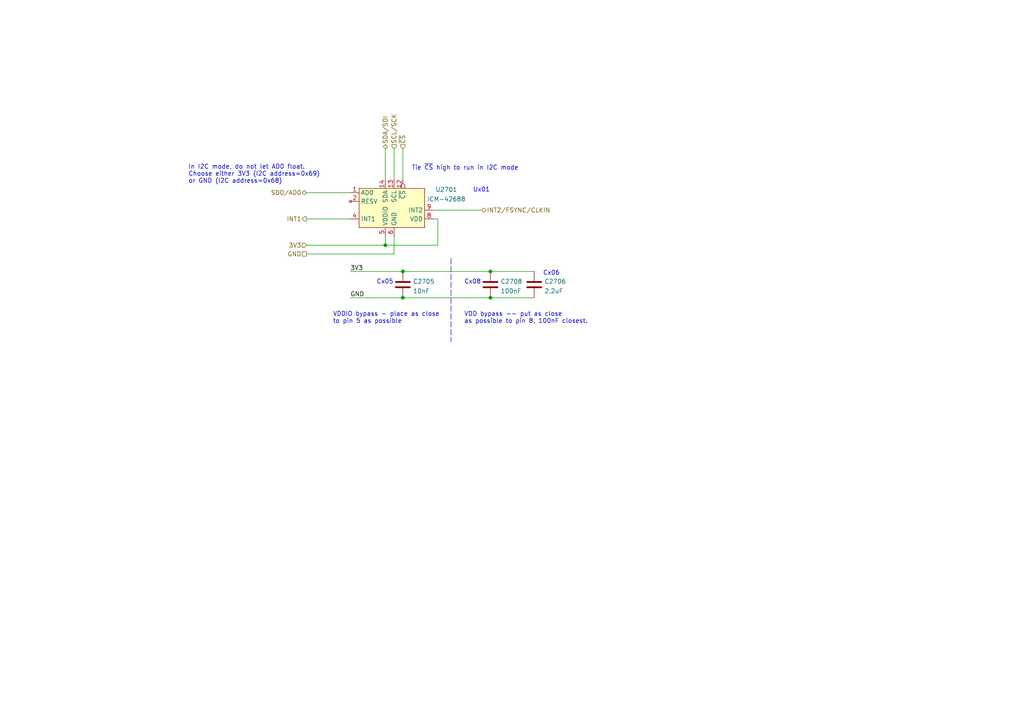
<source format=kicad_sch>
(kicad_sch (version 20211123) (generator eeschema)
  (paper "A4")
  (lib_symbols
    (symbol "Device:C" (pin_numbers hide) (pin_names (offset 0.254))
      (property "Reference" "C" (at 0.635 2.54 0))
      (property "Value" "C" (at 0.635 -2.54 0))
      (symbol "C_0_1"
        (polyline (pts (xy -2.032 -0.762) (xy 2.032 -0.762)) (stroke (width 0.508)))
        (polyline (pts (xy -2.032 0.762) (xy 2.032 0.762)) (stroke (width 0.508)))
      )
      (symbol "C_1_1"
        (pin passive line (at 0 3.81 270) (length 2.794) (name "~") (number "1"))
        (pin passive line (at 0 -3.81 90) (length 2.794) (name "~") (number "2"))
      )
    )
    (symbol "KwanSystems:ICM-42688"
      (property "Reference" "U601" (at 15.1537 7.2433 0))
      (property "Value" "ICM-42688" (at 15.1537 4.4682 0))
      (symbol "ICM-42688_0_1"
        (rectangle (start -10.16 7.62) (end 8.89 -3.81) (stroke (width 0.1524)) (fill (type background)))
      )
      (symbol "ICM-42688_1_1"
        (pin bidirectional line (at -12.7 6.35 0) (length 2.54) (name "AD0") (number "1"))
        (pin no_connect line (at -12.7 3.81 0) (length 2.54) hide (name "RESV") (number "10"))
        (pin no_connect line (at -12.7 3.81 0) (length 2.54) hide (name "RESV") (number "11"))
        (pin input inverted (at 2.54 10.16 270) (length 2.54) (name "~{CS}") (number "12"))
        (pin input line (at 0 10.16 270) (length 2.54) (name "SCL") (number "13"))
        (pin bidirectional line (at -2.54 10.16 270) (length 2.54) (name "SDA") (number "14"))
        (pin no_connect line (at -12.7 3.81 0) (length 2.54) (name "RESV") (number "2"))
        (pin no_connect line (at -12.7 3.81 0) (length 2.54) hide (name "RESV") (number "3"))
        (pin output line (at -12.7 -1.27 0) (length 2.54) (name "INT1") (number "4"))
        (pin power_in line (at -2.54 -6.35 90) (length 2.54) (name "VDDIO") (number "5"))
        (pin passive line (at 0 -6.35 90) (length 2.54) (name "GND") (number "6"))
        (pin no_connect line (at -12.7 3.81 0) (length 2.54) hide (name "RESV") (number "7"))
        (pin power_in line (at 11.43 -1.27 180) (length 2.54) (name "VDD") (number "8"))
        (pin input line (at 11.43 1.27 180) (length 2.54) (name "INT2") (number "9"))
      )
    )
  )
  (junction (at 111.76 71.12))
  (junction (at 116.84 78.74))
  (junction (at 116.84 86.36))
  (junction (at 142.24 86.36))
  (junction (at 142.24 78.74))
  (wire (pts (xy 88.9 73.66) (xy 114.3 73.66)))
  (wire (pts (xy 101.6 78.74) (xy 116.84 78.74)))
  (wire (pts (xy 101.6 86.36) (xy 116.84 86.36)))
  (wire (pts (xy 142.24 78.74) (xy 154.94 78.74)))
  (wire (pts (xy 114.3 43.18) (xy 114.3 52.07)))
  (wire (pts (xy 116.84 43.18) (xy 116.84 52.07)))
  (wire (pts (xy 111.76 71.12) (xy 127 71.12)))
  (polyline (pts (xy 130.81 74.93) (xy 130.81 99.06)))
  (wire (pts (xy 116.84 78.74) (xy 142.24 78.74)))
  (wire (pts (xy 114.3 68.58) (xy 114.3 73.66)))
  (wire (pts (xy 142.24 86.36) (xy 154.94 86.36)))
  (wire (pts (xy 125.73 60.96) (xy 139.7 60.96)))
  (wire (pts (xy 116.84 86.36) (xy 142.24 86.36)))
  (wire (pts (xy 111.76 71.12) (xy 111.76 68.58)))
  (wire (pts (xy 111.76 43.18) (xy 111.76 52.07)))
  (wire (pts (xy 88.9 63.5) (xy 101.6 63.5)))
  (wire (pts (xy 88.9 71.12) (xy 111.76 71.12)))
  (wire (pts (xy 88.9 55.88) (xy 101.6 55.88)))
  (wire (pts (xy 125.73 63.5) (xy 127 63.5)))
  (wire (pts (xy 127 71.12) (xy 127 63.5)))
  (text "VDD bypass -- put as close\nas possible to pin 8, 100nF closest." (at 134.62 93.98 0) (effects (font (size 1.27 1.27)) (justify left bottom)))
  (text "In I2C mode, do not let AD0 float.\nChoose either 3V3 (I2C address=0x69)\nor GND (I2C address=0x68)" (at 54.61 53.34 0) (effects (font (size 1.27 1.27)) (justify left bottom)))
  (text "VDDIO bypass - place as close\nto pin 5 as possible" (at 96.52 93.98 0) (effects (font (size 1.27 1.27)) (justify left bottom)))
  (text "Ux01" (at 137.16 55.88 0) (effects (font (size 1.27 1.27)) (justify left bottom)))
  (text "Cx06" (at 157.48 80.01 0) (effects (font (size 1.27 1.27)) (justify left bottom)))
  (text "Tie ~{CS} high to run in I2C mode" (at 119.38 49.53 0) (effects (font (size 1.27 1.27)) (justify left bottom)))
  (text "Cx05" (at 109.22 82.55 0) (effects (font (size 1.27 1.27)) (justify left bottom)))
  (text "Cx08" (at 134.62 82.55 0) (effects (font (size 1.27 1.27)) (justify left bottom)))
  (label "GND" (at 101.6 86.36 0))
  (label "3V3" (at 101.6 78.74 0))
  (hierarchical_label "SDO{slash}AD0" (shape bidirectional) (at 88.9 55.88 180))
  (hierarchical_label "SDA{slash}SDI" (shape bidirectional) (at 111.76 43.18 90))
  (hierarchical_label "3V3" (shape input) (at 88.9 71.12 180))
  (hierarchical_label "~{CS}" (shape input) (at 116.84 43.18 90))
  (hierarchical_label "INT1" (shape output) (at 88.9 63.5 180))
  (hierarchical_label "INT2{slash}FSYNC{slash}CLKIN" (shape bidirectional) (at 139.7 60.96 0))
  (hierarchical_label "SCL{slash}SCK" (shape input) (at 114.3 43.18 90))
  (hierarchical_label "GND" (shape passive) (at 88.9 73.66 180))
  (symbol (lib_id "KwanSystems:ICM-42688") (at 114.3 62.23 0)
    (property "Reference" "U2701" (at 129.4537 54.9867 0))
    (property "Value" "ICM-42688" (at 129.4537 57.7618 0))
    (property "Footprint" "KwanSystems:QFN50P300X250X97-14N" (effects hide))
    (property "Datasheet" "https://invensense.tdk.com/download-pdf/icm-42688-p-datasheet/" (effects hide))
  )
  (symbol (lib_id "Device:C") (at 154.94 82.55 0)
    (property "Reference" "C2706" (at 157.861 81.6415 0) (effects (justify left)))
    (property "Value" "2.2uF" (at 157.861 84.4166 0) (effects (justify left)))
    (property "Footprint" "Capacitor_SMD:C_0402_1005Metric" (effects hide))
    (property "Digikey" "399-13137-1-ND" (effects hide))
    (property "Purpose" "IMU system large bypass" (effects hide))
  )
  (symbol (lib_id "Device:C") (at 116.84 82.55 0)
    (property "Reference" "C2705" (at 119.761 81.6415 0) (effects (justify left)))
    (property "Value" "10nF" (at 119.761 84.4166 0) (effects (justify left)))
    (property "Footprint" "Capacitor_SMD:C_0402_1005Metric" (effects hide))
    (property "Digikey" "399-C0603C103J5RAC7867CT-ND" (effects hide))
    (property "Purpose" "IMU I/O bypass" (effects hide))
  )
  (symbol (lib_id "Device:C") (at 142.24 82.55 0)
    (property "Reference" "C2708" (at 145.161 81.6415 0) (effects (justify left)))
    (property "Value" "100nF" (at 145.161 84.4166 0) (effects (justify left)))
    (property "Footprint" "Capacitor_SMD:C_0402_1005Metric" (effects hide))
    (property "Digikey" "399-C0603C104M5RAC7867CT-ND" (effects hide))
    (property "Purpose" "IMU system small bypass" (effects hide))
  )
)
</source>
